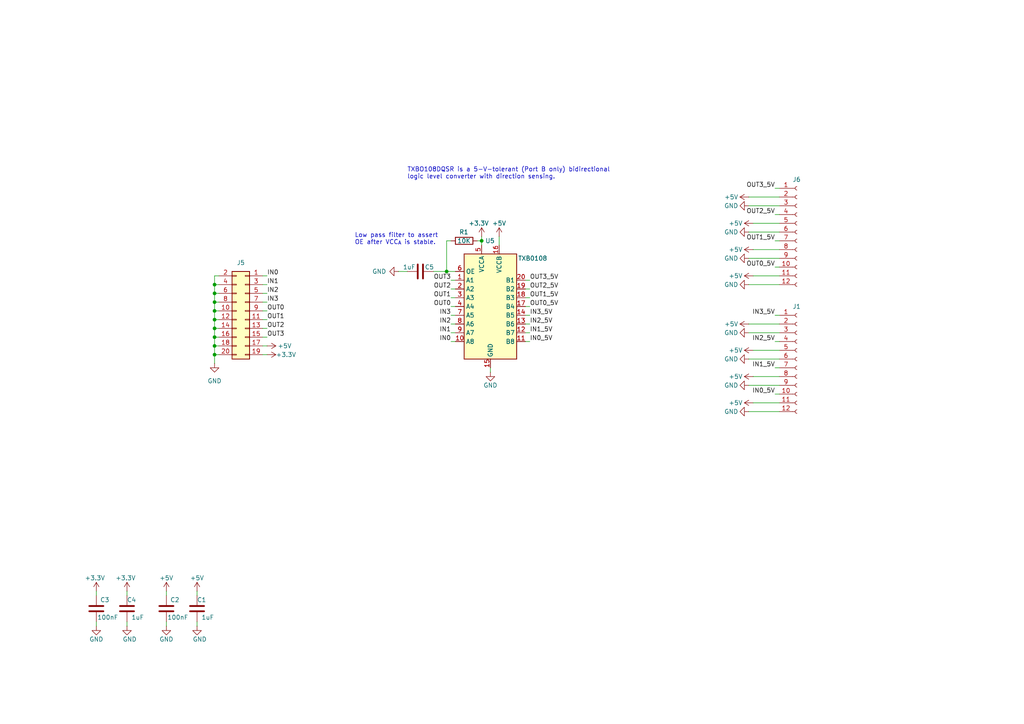
<source format=kicad_sch>
(kicad_sch (version 20231120) (generator "eeschema") (generator_version "8.0")
  (paper "A4")
  (lib_symbols
    (symbol "+5V_2" (power) (pin_numbers hide) (pin_names (offset 0) hide)
      (property "Value" "+5V" (at 0 3.556 0))
      (symbol "+5V_2_0_1"
        (polyline (pts (xy -0.762 1.27) (xy 0 2.54)))
        (polyline (pts (xy 0 0) (xy 0 2.54)))
        (polyline (pts (xy 0 2.54) (xy 0.762 1.27)))
      )
      (symbol "+5V_2_1_1"
        (pin power_in line (at 0 0 90) (length 0) (name "~") (number "1"))
      )
    )
    (symbol "Connector:Conn_01x12_Socket" (pin_names (offset 1.016) hide)
      (property "Reference" "J" (at 0 15.24 0))
      (property "Value" "Conn_01x12_Socket" (at 0 -17.78 0))
      (symbol "Conn_01x12_Socket_1_1"
        (arc (start 0 -14.732) (mid -0.5058 -15.24) (end 0 -15.748) (stroke (width 0.1524)))
        (arc (start 0 -12.192) (mid -0.5058 -12.7) (end 0 -13.208) (stroke (width 0.1524)))
        (arc (start 0 -9.652) (mid -0.5058 -10.16) (end 0 -10.668) (stroke (width 0.1524)))
        (arc (start 0 -7.112) (mid -0.5058 -7.62) (end 0 -8.128) (stroke (width 0.1524)))
        (arc (start 0 -4.572) (mid -0.5058 -5.08) (end 0 -5.588) (stroke (width 0.1524)))
        (arc (start 0 -2.032) (mid -0.5058 -2.54) (end 0 -3.048) (stroke (width 0.1524)))
        (polyline (pts (xy -1.27 -15.24) (xy -0.508 -15.24)) (stroke (width 0.1524)))
        (polyline (pts (xy -1.27 -12.7) (xy -0.508 -12.7)) (stroke (width 0.1524)))
        (polyline (pts (xy -1.27 -10.16) (xy -0.508 -10.16)) (stroke (width 0.1524)))
        (polyline (pts (xy -1.27 -7.62) (xy -0.508 -7.62)) (stroke (width 0.1524)))
        (polyline (pts (xy -1.27 -5.08) (xy -0.508 -5.08)) (stroke (width 0.1524)))
        (polyline (pts (xy -1.27 -2.54) (xy -0.508 -2.54)) (stroke (width 0.1524)))
        (polyline (pts (xy -1.27 0) (xy -0.508 0)) (stroke (width 0.1524)))
        (polyline (pts (xy -1.27 2.54) (xy -0.508 2.54)) (stroke (width 0.1524)))
        (polyline (pts (xy -1.27 5.08) (xy -0.508 5.08)) (stroke (width 0.1524)))
        (polyline (pts (xy -1.27 7.62) (xy -0.508 7.62)) (stroke (width 0.1524)))
        (polyline (pts (xy -1.27 10.16) (xy -0.508 10.16)) (stroke (width 0.1524)))
        (polyline (pts (xy -1.27 12.7) (xy -0.508 12.7)) (stroke (width 0.1524)))
        (arc (start 0 0.508) (mid -0.5058 0) (end 0 -0.508) (stroke (width 0.1524)))
        (arc (start 0 3.048) (mid -0.5058 2.54) (end 0 2.032) (stroke (width 0.1524)))
        (arc (start 0 5.588) (mid -0.5058 5.08) (end 0 4.572) (stroke (width 0.1524)))
        (arc (start 0 8.128) (mid -0.5058 7.62) (end 0 7.112) (stroke (width 0.1524)))
        (arc (start 0 10.668) (mid -0.5058 10.16) (end 0 9.652) (stroke (width 0.1524)))
        (arc (start 0 13.208) (mid -0.5058 12.7) (end 0 12.192) (stroke (width 0.1524)))
        (pin passive line (at -5.08 12.7 0) (length 3.81) (name "Pin_1") (number "1"))
        (pin passive line (at -5.08 -10.16 0) (length 3.81) (name "Pin_10") (number "10"))
        (pin passive line (at -5.08 -12.7 0) (length 3.81) (name "Pin_11") (number "11"))
        (pin passive line (at -5.08 -15.24 0) (length 3.81) (name "Pin_12") (number "12"))
        (pin passive line (at -5.08 10.16 0) (length 3.81) (name "Pin_2") (number "2"))
        (pin passive line (at -5.08 7.62 0) (length 3.81) (name "Pin_3") (number "3"))
        (pin passive line (at -5.08 5.08 0) (length 3.81) (name "Pin_4") (number "4"))
        (pin passive line (at -5.08 2.54 0) (length 3.81) (name "Pin_5") (number "5"))
        (pin passive line (at -5.08 0 0) (length 3.81) (name "Pin_6") (number "6"))
        (pin passive line (at -5.08 -2.54 0) (length 3.81) (name "Pin_7") (number "7"))
        (pin passive line (at -5.08 -5.08 0) (length 3.81) (name "Pin_8") (number "8"))
        (pin passive line (at -5.08 -7.62 0) (length 3.81) (name "Pin_9") (number "9"))
      )
    )
    (symbol "Connector_Generic:Conn_02x10_Odd_Even" (pin_names (offset 1.016) hide)
      (property "Reference" "J" (at 1.27 12.7 0))
      (property "Value" "Conn_02x10_Odd_Even" (at 1.27 -15.24 0))
      (symbol "Conn_02x10_Odd_Even_1_1"
        (rectangle (start -1.27 -12.573) (end 0 -12.827) (stroke (width 0.1524)))
        (rectangle (start -1.27 -10.033) (end 0 -10.287) (stroke (width 0.1524)))
        (rectangle (start -1.27 -7.493) (end 0 -7.747) (stroke (width 0.1524)))
        (rectangle (start -1.27 -4.953) (end 0 -5.207) (stroke (width 0.1524)))
        (rectangle (start -1.27 -2.413) (end 0 -2.667) (stroke (width 0.1524)))
        (rectangle (start -1.27 0.127) (end 0 -0.127) (stroke (width 0.1524)))
        (rectangle (start -1.27 2.667) (end 0 2.413) (stroke (width 0.1524)))
        (rectangle (start -1.27 5.207) (end 0 4.953) (stroke (width 0.1524)))
        (rectangle (start -1.27 7.747) (end 0 7.493) (stroke (width 0.1524)))
        (rectangle (start -1.27 10.287) (end 0 10.033) (stroke (width 0.1524)))
        (rectangle (start -1.27 11.43) (end 3.81 -13.97) (stroke (width 0.254)) (fill (type background)))
        (rectangle (start 3.81 -12.573) (end 2.54 -12.827) (stroke (width 0.1524)))
        (rectangle (start 3.81 -10.033) (end 2.54 -10.287) (stroke (width 0.1524)))
        (rectangle (start 3.81 -7.493) (end 2.54 -7.747) (stroke (width 0.1524)))
        (rectangle (start 3.81 -4.953) (end 2.54 -5.207) (stroke (width 0.1524)))
        (rectangle (start 3.81 -2.413) (end 2.54 -2.667) (stroke (width 0.1524)))
        (rectangle (start 3.81 0.127) (end 2.54 -0.127) (stroke (width 0.1524)))
        (rectangle (start 3.81 2.667) (end 2.54 2.413) (stroke (width 0.1524)))
        (rectangle (start 3.81 5.207) (end 2.54 4.953) (stroke (width 0.1524)))
        (rectangle (start 3.81 7.747) (end 2.54 7.493) (stroke (width 0.1524)))
        (rectangle (start 3.81 10.287) (end 2.54 10.033) (stroke (width 0.1524)))
        (pin passive line (at -5.08 10.16 0) (length 3.81) (name "Pin_1") (number "1"))
        (pin passive line (at 7.62 0 180) (length 3.81) (name "Pin_10") (number "10"))
        (pin passive line (at -5.08 -2.54 0) (length 3.81) (name "Pin_11") (number "11"))
        (pin passive line (at 7.62 -2.54 180) (length 3.81) (name "Pin_12") (number "12"))
        (pin passive line (at -5.08 -5.08 0) (length 3.81) (name "Pin_13") (number "13"))
        (pin passive line (at 7.62 -5.08 180) (length 3.81) (name "Pin_14") (number "14"))
        (pin passive line (at -5.08 -7.62 0) (length 3.81) (name "Pin_15") (number "15"))
        (pin passive line (at 7.62 -7.62 180) (length 3.81) (name "Pin_16") (number "16"))
        (pin passive line (at -5.08 -10.16 0) (length 3.81) (name "Pin_17") (number "17"))
        (pin passive line (at 7.62 -10.16 180) (length 3.81) (name "Pin_18") (number "18"))
        (pin passive line (at -5.08 -12.7 0) (length 3.81) (name "Pin_19") (number "19"))
        (pin passive line (at 7.62 10.16 180) (length 3.81) (name "Pin_2") (number "2"))
        (pin passive line (at 7.62 -12.7 180) (length 3.81) (name "Pin_20") (number "20"))
        (pin passive line (at -5.08 7.62 0) (length 3.81) (name "Pin_3") (number "3"))
        (pin passive line (at 7.62 7.62 180) (length 3.81) (name "Pin_4") (number "4"))
        (pin passive line (at -5.08 5.08 0) (length 3.81) (name "Pin_5") (number "5"))
        (pin passive line (at 7.62 5.08 180) (length 3.81) (name "Pin_6") (number "6"))
        (pin passive line (at -5.08 2.54 0) (length 3.81) (name "Pin_7") (number "7"))
        (pin passive line (at 7.62 2.54 180) (length 3.81) (name "Pin_8") (number "8"))
        (pin passive line (at -5.08 0 0) (length 3.81) (name "Pin_9") (number "9"))
      )
    )
    (symbol "Device:C" (pin_numbers hide) (pin_names (offset 0.254))
      (property "Reference" "C" (at 0.635 2.54 0))
      (property "Value" "C" (at 0.635 -2.54 0))
      (symbol "C_0_1"
        (polyline (pts (xy -2.032 -0.762) (xy 2.032 -0.762)) (stroke (width 0.508)))
        (polyline (pts (xy -2.032 0.762) (xy 2.032 0.762)) (stroke (width 0.508)))
      )
      (symbol "C_1_1"
        (pin passive line (at 0 3.81 270) (length 2.794) (name "~") (number "1"))
        (pin passive line (at 0 -3.81 90) (length 2.794) (name "~") (number "2"))
      )
    )
    (symbol "Device:R" (pin_numbers hide) (pin_names (offset 0))
      (property "Reference" "R" (at 2.032 0 90))
      (property "Value" "R" (at 0 0 90))
      (symbol "R_0_1"
        (rectangle (start -1.016 -2.54) (end 1.016 2.54) (stroke (width 0.254)))
      )
      (symbol "R_1_1"
        (pin passive line (at 0 3.81 270) (length 1.27) (name "~") (number "1"))
        (pin passive line (at 0 -3.81 90) (length 1.27) (name "~") (number "2"))
      )
    )
    (symbol "Logic_LevelTranslator:TXB0108DQSR"
      (property "Reference" "U" (at -6.35 16.51 0))
      (property "Value" "TXB0108DQSR" (at 3.81 16.51 0))
      (symbol "TXB0108DQSR_0_1"
        (rectangle (start -7.62 15.24) (end 7.62 -15.24) (stroke (width 0.254)) (fill (type background)))
      )
      (symbol "TXB0108DQSR_1_1"
        (pin bidirectional line (at -10.16 7.62 0) (length 2.54) (name "A1") (number "1"))
        (pin bidirectional line (at -10.16 -10.16 0) (length 2.54) (name "A8") (number "10"))
        (pin bidirectional line (at 10.16 -10.16 180) (length 2.54) (name "B8") (number "11"))
        (pin bidirectional line (at 10.16 -7.62 180) (length 2.54) (name "B7") (number "12"))
        (pin bidirectional line (at 10.16 -5.08 180) (length 2.54) (name "B6") (number "13"))
        (pin bidirectional line (at 10.16 -2.54 180) (length 2.54) (name "B5") (number "14"))
        (pin power_in line (at 0 -17.78 90) (length 2.54) (name "GND") (number "15"))
        (pin power_in line (at 2.54 17.78 270) (length 2.54) (name "VCCB") (number "16"))
        (pin bidirectional line (at 10.16 0 180) (length 2.54) (name "B4") (number "17"))
        (pin bidirectional line (at 10.16 2.54 180) (length 2.54) (name "B3") (number "18"))
        (pin bidirectional line (at 10.16 5.08 180) (length 2.54) (name "B2") (number "19"))
        (pin bidirectional line (at -10.16 5.08 0) (length 2.54) (name "A2") (number "2"))
        (pin bidirectional line (at 10.16 7.62 180) (length 2.54) (name "B1") (number "20"))
        (pin bidirectional line (at -10.16 2.54 0) (length 2.54) (name "A3") (number "3"))
        (pin bidirectional line (at -10.16 0 0) (length 2.54) (name "A4") (number "4"))
        (pin power_in line (at -2.54 17.78 270) (length 2.54) (name "VCCA") (number "5"))
        (pin input line (at -10.16 10.16 0) (length 2.54) (name "OE") (number "6"))
        (pin bidirectional line (at -10.16 -2.54 0) (length 2.54) (name "A5") (number "7"))
        (pin bidirectional line (at -10.16 -5.08 0) (length 2.54) (name "A6") (number "8"))
        (pin bidirectional line (at -10.16 -7.62 0) (length 2.54) (name "A7") (number "9"))
      )
    )
    (symbol "power:+3.3V" (power) (pin_numbers hide) (pin_names (offset 0) hide)
      (property "Value" "+3.3V" (at 0 3.556 0))
      (symbol "+3.3V_0_1"
        (polyline (pts (xy -0.762 1.27) (xy 0 2.54)))
        (polyline (pts (xy 0 0) (xy 0 2.54)))
        (polyline (pts (xy 0 2.54) (xy 0.762 1.27)))
      )
      (symbol "+3.3V_1_1"
        (pin power_in line (at 0 0 90) (length 0) (name "~") (number "1"))
      )
    )
    (symbol "power:GND" (power) (pin_numbers hide) (pin_names (offset 0) hide)
      (property "Value" "GND" (at 0 -3.81 0))
      (symbol "GND_0_1"
        (polyline (pts (xy 0 0) (xy 0 -1.27) (xy 1.27 -1.27) (xy 0 -2.54) (xy -1.27 -1.27) (xy 0 -1.27)))
      )
      (symbol "GND_1_1"
        (pin power_in line (at 0 0 270) (length 0) (name "~") (number "1"))
      )
    )
  )
  (junction (at 62.23 82.55))
  (junction (at 129.54 78.74))
  (junction (at 139.7 69.85))
  (junction (at 62.23 102.87))
  (junction (at 62.23 90.17))
  (junction (at 62.23 100.33))
  (junction (at 62.23 85.09))
  (junction (at 62.23 92.71))
  (junction (at 62.23 95.25))
  (junction (at 62.23 87.63))
  (junction (at 62.23 97.79))
  (wire (pts (xy 27.94 171.45) (xy 27.94 172.72)))
  (wire (pts (xy 217.17 104.14) (xy 226.06 104.14)))
  (wire (pts (xy 62.23 102.87) (xy 62.23 105.41)))
  (wire (pts (xy 77.47 85.09) (xy 76.2 85.09)))
  (wire (pts (xy 217.17 67.31) (xy 226.06 67.31)))
  (wire (pts (xy 224.79 54.61) (xy 226.06 54.61)))
  (wire (pts (xy 218.44 72.39) (xy 226.06 72.39)))
  (wire (pts (xy 217.17 111.76) (xy 226.06 111.76)))
  (wire (pts (xy 48.26 171.45) (xy 48.26 172.72)))
  (wire (pts (xy 130.81 69.85) (xy 129.54 69.85)))
  (wire (pts (xy 77.47 80.01) (xy 76.2 80.01)))
  (wire (pts (xy 63.5 95.25) (xy 62.23 95.25)))
  (wire (pts (xy 218.44 80.01) (xy 226.06 80.01)))
  (wire (pts (xy 217.17 57.15) (xy 226.06 57.15)))
  (wire (pts (xy 218.44 116.84) (xy 226.06 116.84)))
  (wire (pts (xy 77.47 97.79) (xy 76.2 97.79)))
  (wire (pts (xy 62.23 100.33) (xy 62.23 102.87)))
  (wire (pts (xy 132.08 91.44) (xy 130.81 91.44)))
  (wire (pts (xy 63.5 102.87) (xy 62.23 102.87)))
  (wire (pts (xy 132.08 96.52) (xy 130.81 96.52)))
  (wire (pts (xy 77.47 82.55) (xy 76.2 82.55)))
  (wire (pts (xy 217.17 82.55) (xy 226.06 82.55)))
  (wire (pts (xy 224.79 77.47) (xy 226.06 77.47)))
  (wire (pts (xy 63.5 90.17) (xy 62.23 90.17)))
  (wire (pts (xy 63.5 85.09) (xy 62.23 85.09)))
  (wire (pts (xy 218.44 64.77) (xy 226.06 64.77)))
  (wire (pts (xy 218.44 101.6) (xy 226.06 101.6)))
  (wire (pts (xy 77.47 100.33) (xy 76.2 100.33)))
  (wire (pts (xy 62.23 95.25) (xy 62.23 97.79)))
  (wire (pts (xy 129.54 69.85) (xy 129.54 78.74)))
  (wire (pts (xy 62.23 80.01) (xy 62.23 82.55)))
  (wire (pts (xy 132.08 99.06) (xy 130.81 99.06)))
  (wire (pts (xy 27.94 180.34) (xy 27.94 181.61)))
  (wire (pts (xy 139.7 68.58) (xy 139.7 69.85)))
  (wire (pts (xy 63.5 100.33) (xy 62.23 100.33)))
  (wire (pts (xy 153.67 86.36) (xy 152.4 86.36)))
  (wire (pts (xy 217.17 59.69) (xy 226.06 59.69)))
  (wire (pts (xy 63.5 80.01) (xy 62.23 80.01)))
  (wire (pts (xy 224.79 114.3) (xy 226.06 114.3)))
  (wire (pts (xy 153.67 96.52) (xy 152.4 96.52)))
  (wire (pts (xy 129.54 78.74) (xy 132.08 78.74)))
  (wire (pts (xy 217.17 119.38) (xy 226.06 119.38)))
  (wire (pts (xy 63.5 82.55) (xy 62.23 82.55)))
  (wire (pts (xy 139.7 69.85) (xy 139.7 71.12)))
  (wire (pts (xy 48.26 180.34) (xy 48.26 181.61)))
  (wire (pts (xy 224.79 106.68) (xy 226.06 106.68)))
  (wire (pts (xy 153.67 83.82) (xy 152.4 83.82)))
  (wire (pts (xy 217.17 93.98) (xy 226.06 93.98)))
  (wire (pts (xy 63.5 97.79) (xy 62.23 97.79)))
  (wire (pts (xy 218.44 109.22) (xy 226.06 109.22)))
  (wire (pts (xy 57.15 171.45) (xy 57.15 172.72)))
  (wire (pts (xy 63.5 87.63) (xy 62.23 87.63)))
  (wire (pts (xy 132.08 93.98) (xy 130.81 93.98)))
  (wire (pts (xy 153.67 93.98) (xy 152.4 93.98)))
  (wire (pts (xy 138.43 69.85) (xy 139.7 69.85)))
  (wire (pts (xy 217.17 96.52) (xy 226.06 96.52)))
  (wire (pts (xy 57.15 180.34) (xy 57.15 181.61)))
  (wire (pts (xy 77.47 102.87) (xy 76.2 102.87)))
  (wire (pts (xy 132.08 83.82) (xy 130.81 83.82)))
  (wire (pts (xy 132.08 88.9) (xy 130.81 88.9)))
  (wire (pts (xy 144.78 68.58) (xy 144.78 71.12)))
  (wire (pts (xy 153.67 91.44) (xy 152.4 91.44)))
  (wire (pts (xy 125.73 78.74) (xy 129.54 78.74)))
  (wire (pts (xy 62.23 85.09) (xy 62.23 87.63)))
  (wire (pts (xy 224.79 62.23) (xy 226.06 62.23)))
  (wire (pts (xy 153.67 81.28) (xy 152.4 81.28)))
  (wire (pts (xy 224.79 99.06) (xy 226.06 99.06)))
  (wire (pts (xy 77.47 87.63) (xy 76.2 87.63)))
  (wire (pts (xy 62.23 82.55) (xy 62.23 85.09)))
  (wire (pts (xy 118.11 78.74) (xy 115.57 78.74)))
  (wire (pts (xy 153.67 88.9) (xy 152.4 88.9)))
  (wire (pts (xy 62.23 92.71) (xy 62.23 95.25)))
  (wire (pts (xy 77.47 90.17) (xy 76.2 90.17)))
  (wire (pts (xy 63.5 92.71) (xy 62.23 92.71)))
  (wire (pts (xy 132.08 81.28) (xy 130.81 81.28)))
  (wire (pts (xy 153.67 99.06) (xy 152.4 99.06)))
  (wire (pts (xy 62.23 87.63) (xy 62.23 90.17)))
  (wire (pts (xy 77.47 92.71) (xy 76.2 92.71)))
  (wire (pts (xy 36.83 180.34) (xy 36.83 181.61)))
  (wire (pts (xy 62.23 90.17) (xy 62.23 92.71)))
  (wire (pts (xy 142.24 106.68) (xy 142.24 107.95)))
  (wire (pts (xy 224.79 69.85) (xy 226.06 69.85)))
  (wire (pts (xy 36.83 171.45) (xy 36.83 172.72)))
  (wire (pts (xy 77.47 95.25) (xy 76.2 95.25)))
  (wire (pts (xy 224.79 91.44) (xy 226.06 91.44)))
  (wire (pts (xy 62.23 97.79) (xy 62.23 100.33)))
  (wire (pts (xy 132.08 86.36) (xy 130.81 86.36)))
  (wire (pts (xy 217.17 74.93) (xy 226.06 74.93)))
  (text "Low pass filter to assert\nOE after VCC_{A} is stable." (at 102.87 71.12 0) (effects (font (size 1.27 1.27)) (justify left bottom)))
  (text "TXBO108DQSR is a 5-V-tolerant (Port B only) bidirectional\nlogic level converter with direction sensing." (at 118.11 52.07 0) (effects (font (size 1.27 1.27)) (justify left bottom)))
  (label "IN2_5V" (at 224.79 99.06 180))
  (label "OUT0_5V" (at 153.67 88.9 0))
  (label "OUT1" (at 130.81 86.36 180))
  (label "OUT3" (at 77.47 97.79 0))
  (label "OUT3_5V" (at 224.79 54.61 180))
  (label "IN3_5V" (at 224.79 91.44 180))
  (label "OUT1" (at 77.47 92.71 0))
  (label "OUT0" (at 130.81 88.9 180))
  (label "OUT0" (at 77.47 90.17 0))
  (label "IN0" (at 130.81 99.06 180))
  (label "IN3" (at 77.47 87.63 0))
  (label "IN3" (at 130.81 91.44 180))
  (label "IN0_5V" (at 153.67 99.06 0))
  (label "IN1" (at 77.47 82.55 0))
  (label "OUT1_5V" (at 153.67 86.36 0))
  (label "IN3_5V" (at 153.67 91.44 0))
  (label "OUT3" (at 130.81 81.28 180))
  (label "IN2" (at 130.81 93.98 180))
  (label "IN2_5V" (at 153.67 93.98 0))
  (label "OUT3_5V" (at 153.67 81.28 0))
  (label "OUT1_5V" (at 224.79 69.85 180))
  (label "OUT2_5V" (at 153.67 83.82 0))
  (label "OUT2" (at 130.81 83.82 180))
  (label "OUT2" (at 77.47 95.25 0))
  (label "IN0" (at 77.47 80.01 0))
  (label "IN1" (at 130.81 96.52 180))
  (label "IN2" (at 77.47 85.09 0))
  (label "IN1_5V" (at 224.79 106.68 180))
  (label "OUT2_5V" (at 224.79 62.23 180))
  (label "OUT0_5V" (at 224.79 77.47 180))
  (label "IN1_5V" (at 153.67 96.52 0))
  (label "IN0_5V" (at 224.79 114.3 180))
  (symbol (lib_id "power:GND") (at 36.83 181.61 0) (unit 1)
    (property "Reference" "#PWR029" (effects (hide yes)))
    (property "Value" "GND" (at 35.56 185.42 0) (effects (justify left)))
  )
  (symbol (lib_name "+5V_2") (lib_id "power:+5V") (at 217.17 93.98 90) (unit 1)
    (property "Reference" "#PWR012" (effects (hide yes)))
    (property "Value" "+5V" (at 212.09 93.98 90))
    (property "Description" "Power symbol creates a global label with name \"+5V\"" (effects (hide yes)))
  )
  (symbol (lib_id "Device:C") (at 36.83 176.53 0) (unit 1)
    (property "Reference" "C4" (at 36.83 173.99 0) (effects (justify left)))
    (property "Value" "1uF" (at 38.1 179.07 0) (effects (justify left)))
    (property "Footprint" "Capacitor_SMD:C_0402_1005Metric_Pad0.74x0.62mm_HandSolder" (effects (hide yes)))
    (property "Datasheet" "https://search.murata.co.jp/Ceramy/image/img/A01X/G101/ENG/GRM155R6YA105KE11-01.pdf" (effects (hide yes)))
    (property "Notes" "must not be polarized" (effects (hide yes)))
    (property "Link" "https://www.digikey.com/en/products/detail/murata-electronics/GRM155R6YA105KE11J/4905163" (effects (hide yes)))
    (property "Manufacturer Number" "GRM155R6YA105KE11J" (effects (hide yes)))
    (property "Manufacturer" "Murata Electronics" (effects (hide yes)))
    (property "Rated Voltage" "35V" (effects (hide yes)))
    (property "Temperature Coefficient" "X5R" (effects (hide yes)))
  )
  (symbol (lib_name "+5V_2") (lib_id "power:+5V") (at 77.47 100.33 270) (mirror x) (unit 1)
    (property "Reference" "#PWR017" (effects (hide yes)))
    (property "Value" "+5V" (at 82.55 100.33 90))
    (property "Description" "Power symbol creates a global label with name \"+5V\"" (effects (hide yes)))
  )
  (symbol (lib_name "+5V_2") (lib_id "power:+5V") (at 218.44 116.84 90) (unit 1)
    (property "Reference" "#PWR016" (effects (hide yes)))
    (property "Value" "+5V" (at 213.36 116.84 90))
    (property "Description" "Power symbol creates a global label with name \"+5V\"" (effects (hide yes)))
  )
  (symbol (lib_id "power:GND") (at 142.24 107.95 0) (mirror y) (unit 1)
    (property "Reference" "#PWR030" (effects (hide yes)))
    (property "Value" "GND" (at 142.24 111.76 0))
  )
  (symbol (lib_id "Connector:Conn_01x12_Socket") (at 231.14 67.31 0) (unit 1)
    (property "Reference" "J6" (at 229.87 52.07 0) (effects (justify left)))
    (property "Value" "Conn_01x12_Socket" (effects (hide yes)))
    (property "Footprint" "kicad-lib:3M_Mini-Clamp-Socket-37212-62M3-003PL-3x4_Vertical" (effects (hide yes)))
    (property "Description" "Generic connector, single row, 01x12, script generated" (effects (hide yes)))
  )
  (symbol (lib_id "Logic_LevelTranslator:TXB0108DQSR") (at 142.24 88.9 0) (unit 1)
    (property "Reference" "U5" (at 143.51 69.85 0) (effects (justify right)))
    (property "Value" "TXB0108" (at 158.75 74.93 0) (effects (justify right)))
    (property "Footprint" "Package_SO:TSSOP-20_4.4x6.5mm_P0.65mm" (effects (hide yes)))
    (property "Datasheet" "http://www.ti.com/lit/ds/symlink/txb0108.pdf" (effects (hide yes)))
    (property "Link" "https://www.digikey.com/en/products/detail/texas-instruments/TXB0108PWR/1305699" (effects (hide yes)))
    (property "Manufacturer" "Texas Instruments" (effects (hide yes)))
    (property "Manufacturer Number" "TXB0108PWR" (effects (hide yes)))
    (property "Notes" "B-side is 5V tolerant, 100Mbps data rate" (effects (hide yes)))
  )
  (symbol (lib_id "power:+3.3V") (at 77.47 102.87 270) (mirror x) (unit 1)
    (property "Reference" "#PWR018" (effects (hide yes)))
    (property "Value" "+3.3V" (at 80.01 102.87 90) (effects (justify left)))
    (property "Description" "Power symbol creates a global label with name \"+3.3V\"" (effects (hide yes)))
  )
  (symbol (lib_id "power:GND") (at 217.17 104.14 270) (unit 1)
    (property "Reference" "#PWR09" (effects (hide yes)))
    (property "Value" "GND" (at 212.09 104.14 90))
    (property "Description" "Power symbol creates a global label with name \"GND\" , ground" (effects (hide yes)))
  )
  (symbol (lib_id "power:GND") (at 48.26 181.61 0) (unit 1)
    (property "Reference" "#PWR05" (effects (hide yes)))
    (property "Value" "GND" (at 48.26 185.42 0))
    (property "Description" "Power symbol creates a global label with name \"GND\" , ground" (effects (hide yes)))
  )
  (symbol (lib_name "+5V_2") (lib_id "power:+5V") (at 218.44 64.77 90) (unit 1)
    (property "Reference" "#PWR025" (effects (hide yes)))
    (property "Value" "+5V" (at 213.36 64.77 90))
    (property "Description" "Power symbol creates a global label with name \"+5V\"" (effects (hide yes)))
  )
  (symbol (lib_id "Device:C") (at 27.94 176.53 180) (unit 1)
    (property "Reference" "C3" (at 31.75 173.99 0) (effects (justify left)))
    (property "Value" "100nF" (at 34.29 179.07 0) (effects (justify left)))
    (property "Footprint" "Capacitor_SMD:C_0402_1005Metric_Pad0.74x0.62mm_HandSolder" (effects (hide yes)))
    (property "Datasheet" "https://search.murata.co.jp/Ceramy/image/img/A01X/G101/ENG/GRM155R71H104KE14-01.pdf" (effects (hide yes)))
    (property "Link" "https://www.digikey.com/en/products/detail/murata-electronics/GRM155R71H104KE14D/4906220" (effects (hide yes)))
    (property "Manufacturer" "Murata Electronics" (effects (hide yes)))
    (property "Manufacturer Number" "GRM155R71H104KE14D" (effects (hide yes)))
    (property "Rated Voltage" "50V" (effects (hide yes)))
    (property "Temperature Coefficient" "X7R" (effects (hide yes)))
    (property "Tolerance" "10%" (effects (hide yes)))
    (property "PCBWay Link" "https://www.pcbway.com/components/detail/0402B104K160CT/307171/" (effects (hide yes)))
  )
  (symbol (lib_id "Connector:Conn_01x12_Socket") (at 231.14 104.14 0) (unit 1)
    (property "Reference" "J1" (at 229.87 88.9 0) (effects (justify left)))
    (property "Value" "Conn_01x12_Socket" (effects (hide yes)))
    (property "Footprint" "kicad-lib:3M_Mini-Clamp-Socket-37212-62M3-003PL-3x4_Vertical" (effects (hide yes)))
    (property "Description" "Generic connector, single row, 01x12, script generated" (effects (hide yes)))
  )
  (symbol (lib_name "+5V_2") (lib_id "power:+5V") (at 57.15 171.45 0) (unit 1)
    (property "Reference" "#PWR02" (effects (hide yes)))
    (property "Value" "+5V" (at 57.15 167.64 0))
    (property "Description" "Power symbol creates a global label with name \"+5V\"" (effects (hide yes)))
  )
  (symbol (lib_id "Device:C") (at 121.92 78.74 270) (unit 1)
    (property "Reference" "C5" (at 123.19 77.47 90) (effects (justify left)))
    (property "Value" "1uF" (at 116.84 77.47 90) (effects (justify left)))
    (property "Footprint" "Capacitor_SMD:C_0402_1005Metric_Pad0.74x0.62mm_HandSolder" (effects (hide yes)))
    (property "Datasheet" "https://search.murata.co.jp/Ceramy/image/img/A01X/G101/ENG/GRM155R6YA105KE11-01.pdf" (effects (hide yes)))
    (property "Notes" "must not be polarized" (effects (hide yes)))
    (property "Link" "https://www.digikey.com/en/products/detail/murata-electronics/GRM155R6YA105KE11J/4905163" (effects (hide yes)))
    (property "Manufacturer Number" "GRM155R6YA105KE11J" (effects (hide yes)))
    (property "Manufacturer" "Murata Electronics" (effects (hide yes)))
    (property "Rated Voltage" "35V" (effects (hide yes)))
    (property "Temperature Coefficient" "X5R" (effects (hide yes)))
  )
  (symbol (lib_id "Device:C") (at 48.26 176.53 180) (unit 1)
    (property "Reference" "C2" (at 52.07 173.99 0) (effects (justify left)))
    (property "Value" "100nF" (at 54.61 179.07 0) (effects (justify left)))
    (property "Footprint" "Capacitor_SMD:C_0402_1005Metric_Pad0.74x0.62mm_HandSolder" (effects (hide yes)))
    (property "Datasheet" "https://search.murata.co.jp/Ceramy/image/img/A01X/G101/ENG/GRM155R71H104KE14-01.pdf" (effects (hide yes)))
    (property "Link" "https://www.digikey.com/en/products/detail/murata-electronics/GRM155R71H104KE14D/4906220" (effects (hide yes)))
    (property "Manufacturer" "Murata Electronics" (effects (hide yes)))
    (property "Manufacturer Number" "GRM155R71H104KE14D" (effects (hide yes)))
    (property "Rated Voltage" "50V" (effects (hide yes)))
    (property "Temperature Coefficient" "X7R" (effects (hide yes)))
    (property "Tolerance" "10%" (effects (hide yes)))
    (property "PCBWay Link" "https://www.pcbway.com/components/detail/0402B104K160CT/307171/" (effects (hide yes)))
  )
  (symbol (lib_id "power:+3.3V") (at 139.7 68.58 0) (unit 1)
    (property "Reference" "#PWR032" (effects (hide yes)))
    (property "Value" "+3.3V" (at 135.89 64.77 0) (effects (justify left)))
    (property "Description" "Power symbol creates a global label with name \"+3.3V\"" (effects (hide yes)))
  )
  (symbol (lib_id "power:GND") (at 27.94 181.61 0) (unit 1)
    (property "Reference" "#PWR07" (effects (hide yes)))
    (property "Value" "GND" (at 27.94 185.42 0))
    (property "Description" "Power symbol creates a global label with name \"GND\" , ground" (effects (hide yes)))
  )
  (symbol (lib_id "power:+3.3V") (at 36.83 171.45 0) (mirror y) (unit 1)
    (property "Reference" "#PWR08" (effects (hide yes)))
    (property "Value" "+3.3V" (at 39.37 167.64 0) (effects (justify left)))
    (property "Description" "Power symbol creates a global label with name \"+3.3V\"" (effects (hide yes)))
  )
  (symbol (lib_id "power:GND") (at 217.17 82.55 270) (unit 1)
    (property "Reference" "#PWR023" (effects (hide yes)))
    (property "Value" "GND" (at 212.09 82.55 90))
    (property "Description" "Power symbol creates a global label with name \"GND\" , ground" (effects (hide yes)))
  )
  (symbol (lib_id "power:GND") (at 57.15 181.61 0) (unit 1)
    (property "Reference" "#PWR03" (effects (hide yes)))
    (property "Value" "GND" (at 55.88 185.42 0) (effects (justify left)))
  )
  (symbol (lib_id "Device:C") (at 57.15 176.53 0) (unit 1)
    (property "Reference" "C1" (at 57.15 173.99 0) (effects (justify left)))
    (property "Value" "1uF" (at 58.42 179.07 0) (effects (justify left)))
    (property "Footprint" "Capacitor_SMD:C_0402_1005Metric_Pad0.74x0.62mm_HandSolder" (effects (hide yes)))
    (property "Datasheet" "https://search.murata.co.jp/Ceramy/image/img/A01X/G101/ENG/GRM155R6YA105KE11-01.pdf" (effects (hide yes)))
    (property "Notes" "must not be polarized" (effects (hide yes)))
    (property "Link" "https://www.digikey.com/en/products/detail/murata-electronics/GRM155R6YA105KE11J/4905163" (effects (hide yes)))
    (property "Manufacturer Number" "GRM155R6YA105KE11J" (effects (hide yes)))
    (property "Manufacturer" "Murata Electronics" (effects (hide yes)))
    (property "Rated Voltage" "35V" (effects (hide yes)))
    (property "Temperature Coefficient" "X5R" (effects (hide yes)))
  )
  (symbol (lib_name "+5V_2") (lib_id "power:+5V") (at 218.44 80.01 90) (unit 1)
    (property "Reference" "#PWR027" (effects (hide yes)))
    (property "Value" "+5V" (at 213.36 80.01 90))
    (property "Description" "Power symbol creates a global label with name \"+5V\"" (effects (hide yes)))
  )
  (symbol (lib_name "+5V_2") (lib_id "power:+5V") (at 48.26 171.45 0) (unit 1)
    (property "Reference" "#PWR04" (effects (hide yes)))
    (property "Value" "+5V" (at 48.26 167.64 0))
    (property "Description" "Power symbol creates a global label with name \"+5V\"" (effects (hide yes)))
  )
  (symbol (lib_id "power:GND") (at 217.17 111.76 270) (unit 1)
    (property "Reference" "#PWR010" (effects (hide yes)))
    (property "Value" "GND" (at 212.09 111.76 90))
    (property "Description" "Power symbol creates a global label with name \"GND\" , ground" (effects (hide yes)))
  )
  (symbol (lib_id "Device:R") (at 134.62 69.85 90) (unit 1)
    (property "Reference" "R1" (at 135.89 67.31 90) (effects (justify left)))
    (property "Value" "10K" (at 136.525 69.85 90) (effects (justify left)))
    (property "Footprint" "Resistor_SMD:R_0402_1005Metric_Pad0.72x0.64mm_HandSolder" (effects (hide yes)))
    (property "Datasheet" "https://www.koaspeer.com/pdfs/SG73P.pdf" (effects (hide yes)))
    (property "Link" "https://www.digikey.com/en/products/detail/koa-speer-electronics-inc/SG73P1EWTTP1002F/14316756" (effects (hide yes)))
    (property "Manufacturer" "KOA Speer Electronics, Inc." (effects (hide yes)))
    (property "Manufacturer Number" "SG73P1EWTTP1002F" (effects (hide yes)))
  )
  (symbol (lib_id "power:GND") (at 217.17 59.69 270) (unit 1)
    (property "Reference" "#PWR020" (effects (hide yes)))
    (property "Value" "GND" (at 212.09 59.69 90))
    (property "Description" "Power symbol creates a global label with name \"GND\" , ground" (effects (hide yes)))
  )
  (symbol (lib_id "power:GND") (at 217.17 67.31 270) (unit 1)
    (property "Reference" "#PWR021" (effects (hide yes)))
    (property "Value" "GND" (at 212.09 67.31 90))
    (property "Description" "Power symbol creates a global label with name \"GND\" , ground" (effects (hide yes)))
  )
  (symbol (lib_id "Connector_Generic:Conn_02x10_Odd_Even") (at 71.12 90.17 0) (mirror y) (unit 1)
    (property "Reference" "J5" (at 69.85 76.2 0))
    (property "Value" "Conn_02x10_Odd_Even" (effects (hide yes)))
    (property "Footprint" "Connector_PinSocket_2.54mm:PinSocket_2x10_P2.54mm_Vertical" (effects (hide yes)))
    (property "Link" "https://www.digikey.com/en/products/detail/sullins-connector-solutions/PPTC102LFBN-RC/810216" (effects (hide yes)))
    (property "Manufacturer Number" "PPTC102LFBN-RC" (effects (hide yes)))
    (property "Manufacturer" "Sullins Connector Solutions" (effects (hide yes)))
  )
  (symbol (lib_id "power:GND") (at 62.23 105.41 0) (mirror y) (unit 1)
    (property "Reference" "#PWR019" (effects (hide yes)))
    (property "Value" "GND" (at 62.23 110.49 0))
    (property "Description" "Power symbol creates a global label with name \"GND\" , ground" (effects (hide yes)))
  )
  (symbol (lib_name "+5V_2") (lib_id "power:+5V") (at 218.44 72.39 90) (unit 1)
    (property "Reference" "#PWR026" (effects (hide yes)))
    (property "Value" "+5V" (at 213.36 72.39 90))
    (property "Description" "Power symbol creates a global label with name \"+5V\"" (effects (hide yes)))
  )
  (symbol (lib_id "power:GND") (at 115.57 78.74 270) (unit 1)
    (property "Reference" "#PWR033" (effects (hide yes)))
    (property "Value" "GND" (at 107.95 78.74 90) (effects (justify left)))
  )
  (symbol (lib_id "power:+3.3V") (at 27.94 171.45 0) (mirror y) (unit 1)
    (property "Reference" "#PWR06" (effects (hide yes)))
    (property "Value" "+3.3V" (at 30.48 167.64 0) (effects (justify left)))
    (property "Description" "Power symbol creates a global label with name \"+3.3V\"" (effects (hide yes)))
  )
  (symbol (lib_id "power:GND") (at 217.17 74.93 270) (unit 1)
    (property "Reference" "#PWR022" (effects (hide yes)))
    (property "Value" "GND" (at 212.09 74.93 90))
    (property "Description" "Power symbol creates a global label with name \"GND\" , ground" (effects (hide yes)))
  )
  (symbol (lib_id "power:GND") (at 217.17 119.38 270) (unit 1)
    (property "Reference" "#PWR011" (effects (hide yes)))
    (property "Value" "GND" (at 212.09 119.38 90))
    (property "Description" "Power symbol creates a global label with name \"GND\" , ground" (effects (hide yes)))
  )
  (symbol (lib_name "+5V_2") (lib_id "power:+5V") (at 144.78 68.58 0) (mirror y) (unit 1)
    (property "Reference" "#PWR01" (effects (hide yes)))
    (property "Value" "+5V" (at 144.78 64.77 0))
    (property "Description" "Power symbol creates a global label with name \"+5V\"" (effects (hide yes)))
  )
  (symbol (lib_name "+5V_2") (lib_id "power:+5V") (at 218.44 109.22 90) (unit 1)
    (property "Reference" "#PWR015" (effects (hide yes)))
    (property "Value" "+5V" (at 213.36 109.22 90))
    (property "Description" "Power symbol creates a global label with name \"+5V\"" (effects (hide yes)))
  )
  (symbol (lib_id "power:GND") (at 217.17 96.52 270) (unit 1)
    (property "Reference" "#PWR013" (effects (hide yes)))
    (property "Value" "GND" (at 212.09 96.52 90))
    (property "Description" "Power symbol creates a global label with name \"GND\" , ground" (effects (hide yes)))
  )
  (symbol (lib_name "+5V_2") (lib_id "power:+5V") (at 218.44 101.6 90) (unit 1)
    (property "Reference" "#PWR014" (effects (hide yes)))
    (property "Value" "+5V" (at 213.36 101.6 90))
    (property "Description" "Power symbol creates a global label with name \"+5V\"" (effects (hide yes)))
  )
  (symbol (lib_name "+5V_2") (lib_id "power:+5V") (at 217.17 57.15 90) (unit 1)
    (property "Reference" "#PWR024" (effects (hide yes)))
    (property "Value" "+5V" (at 212.09 57.15 90))
    (property "Description" "Power symbol creates a global label with name \"+5V\"" (effects (hide yes)))
  )
)
</source>
